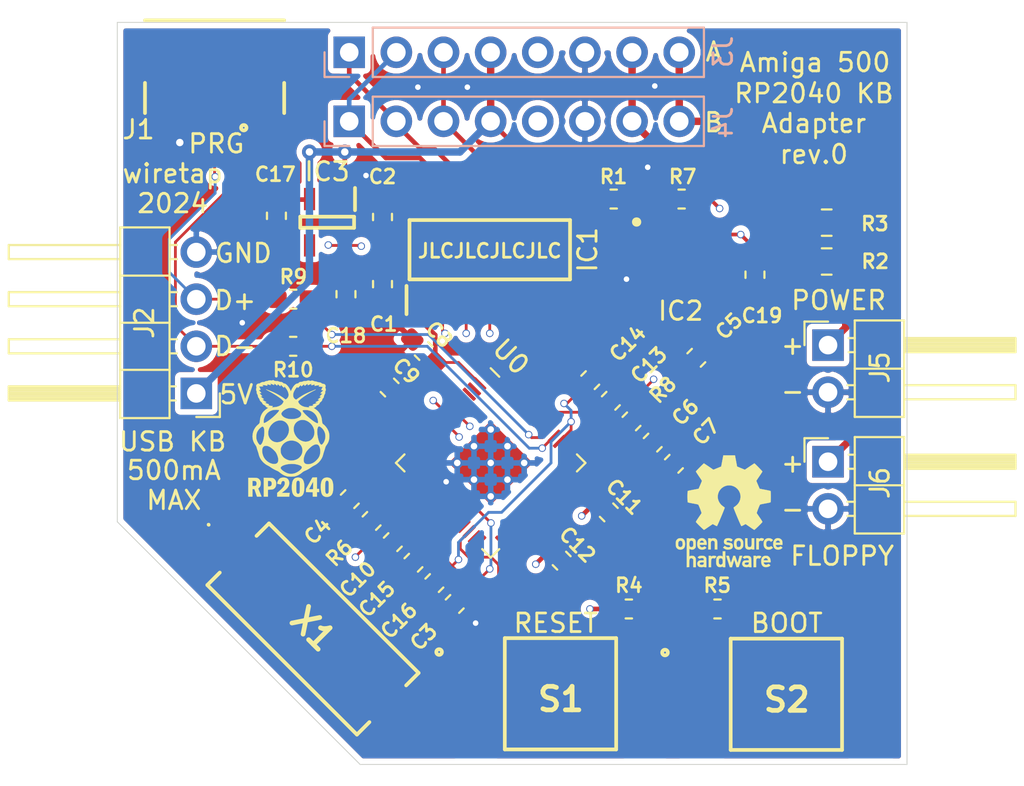
<source format=kicad_pcb>
(kicad_pcb (version 20171130) (host pcbnew "(5.1.6)-1")
  (layers (0 F.Cu signal) (1 In1.Cu power) (2 In2.Cu power) (31 B.Cu signal) (34 B.Paste user) (35 F.Paste user) (36 B.SilkS user) (37 F.SilkS user) (38 B.Mask user) (39 F.Mask user) (44 Edge.Cuts user))
  (net 0 "")
  (net 1 +3V3)
  (net 2 GND)
  (net 3 +5V)
  (net 4 KB_RESET)
  (net 5 KB_DATA)
  (net 6 KB_CLK)
  (net 7 "Net-(IC1-Pad8)")
  (net 8 KB_CLK_RAW)
  (net 9 KB_DATA_RAW)
  (net 10 KB_RESET_RAW)
  (net 11 USB_DM)
  (net 12 USB_DP)
  (net 13 PWR_LED)
  (net 14 FLOPPY_LED)
  (net 15 "Net-(C3-Pad1)")
  (net 16 "Net-(C4-Pad1)")
  (net 17 "Net-(C5-Pad1)")
  (net 18 "Net-(C6-Pad1)")
  (net 19 "Net-(C14-Pad1)")
  (net 20 QSPI_CS)
  (net 21 QSPI_SD1)
  (net 22 QSPI_SD2)
  (net 23 QSPI_SD0)
  (net 24 QSPI_SCLK)
  (net 25 QSPI_SD3)
  (net 26 "Net-(J5-Pad1)")
  (net 27 "Net-(J6-Pad1)")
  (net 28 "Net-(R4-Pad2)")
  (net 29 "Net-(R5-Pad1)")
  (net 30 "Net-(R6-Pad2)")
  (net 31 "Net-(R9-Pad2)")
  (net 32 "Net-(R10-Pad1)")
  (module SamacSys_Parts:rp2040-logo (layer F.Cu) (at 137.922 85.2805)
    (fp_text reference G*** hide)
    (fp_text value LOGO hide)
  )
  (module Symbol:OSHW-Logo_5.7x6mm_SilkScreen (layer F.Cu) (at 161.544 89.154)
    (fp_text reference REF** hide)
    (fp_text value OSHW-Logo_5.7x6mm_SilkScreen hide)
  )
  (module SamacSys_Parts:SON80P400X400X50-9N (layer F.Cu) (at 158.9405 75.438)
    (fp_text reference IC2 (at 0 2.921) (layer F.SilkS))
    (fp_text value W25Q64JVXGIQ_TR hide)
    (pad 9 smd rect (at 0 0) (size 2.4 3.1) (layers F.Cu F.Paste F.Mask) (net 2 GND))
    (pad 8 smd rect (at 1.95 -1.2 90) (size 0.35 0.85) (layers F.Cu F.Paste F.Mask) (net 1 +3V3))
    (pad 7 smd rect (at 1.95 -0.4 90) (size 0.35 0.85) (layers F.Cu F.Paste F.Mask) (net 25 QSPI_SD3))
    (pad 6 smd rect (at 1.95 0.4 90) (size 0.35 0.85) (layers F.Cu F.Paste F.Mask) (net 24 QSPI_SCLK))
    (pad 5 smd rect (at 1.95 1.2 90) (size 0.35 0.85) (layers F.Cu F.Paste F.Mask) (net 23 QSPI_SD0))
    (pad 4 smd rect (at -1.95 1.2 90) (size 0.35 0.85) (layers F.Cu F.Paste F.Mask) (net 2 GND))
    (pad 3 smd rect (at -1.95 0.4 90) (size 0.35 0.85) (layers F.Cu F.Paste F.Mask) (net 22 QSPI_SD2))
    (pad 2 smd rect (at -1.95 -0.4 90) (size 0.35 0.85) (layers F.Cu F.Paste F.Mask) (net 21 QSPI_SD1))
    (pad 1 smd rect (at -1.95 -1.2 90) (size 0.35 0.85) (layers F.Cu F.Paste F.Mask) (net 20 QSPI_CS))
  )
  (module SamacSys_Parts:FSM2J_1 (layer F.Cu) (at 152.4635 98.9965 90)
    (fp_text reference S1 (at -0.293 0.022 180) (layer F.SilkS) (effects (font (size 1.27 1.27) (thickness 0.254))))
    (fp_text value FSM2JSMAATR hide)
    (pad 4 smd rect (at -2.25 4.55 90) (size 1.4 2.1) (layers F.Cu F.Paste F.Mask) (net 2 GND))
    (pad 3 smd rect (at -2.25 -4.55 90) (size 1.4 2.1) (layers F.Cu F.Paste F.Mask) (net 2 GND))
    (pad 2 smd rect (at 2.25 4.55 90) (size 1.4 2.1) (layers F.Cu F.Paste F.Mask) (net 28 "Net-(R4-Pad2)"))
    (pad 1 smd rect (at 2.25 -4.55 90) (size 1.4 2.1) (layers F.Cu F.Paste F.Mask) (net 28 "Net-(R4-Pad2)"))
  )
  (module SamacSys_Parts:FSM2J_1 (layer F.Cu) (at 164.6335 99.024 90)
    (fp_text reference S2 (at -0.293 0.022 180) (layer F.SilkS) (effects (font (size 1.27 1.27) (thickness 0.254))))
    (fp_text value FSM2JSMAATR hide)
    (pad 4 smd rect (at -2.25 4.55 90) (size 1.4 2.1) (layers F.Cu F.Paste F.Mask) (net 2 GND))
    (pad 3 smd rect (at -2.25 -4.55 90) (size 1.4 2.1) (layers F.Cu F.Paste F.Mask) (net 2 GND))
    (pad 2 smd rect (at 2.25 4.55 90) (size 1.4 2.1) (layers F.Cu F.Paste F.Mask) (net 29 "Net-(R5-Pad1)"))
    (pad 1 smd rect (at 2.25 -4.55 90) (size 1.4 2.1) (layers F.Cu F.Paste F.Mask) (net 29 "Net-(R5-Pad1)"))
  )
  (module SamacSys_Parts:SOIC127P600X175-14N (layer F.Cu) (at 148.6535 75.057 90)
    (fp_text reference IC1 (at 0 5.2705 90) (layer F.SilkS))
    (fp_text value TXS0104ED hide)
    (pad 1 smd rect (at -2.712 -3.81 180) (size 0.65 1.525) (layers F.Cu F.Paste F.Mask) (net 1 +3V3))
    (pad 2 smd rect (at -2.712 -2.54 180) (size 0.65 1.525) (layers F.Cu F.Paste F.Mask) (net 5 KB_DATA))
    (pad 3 smd rect (at -2.712 -1.27 180) (size 0.65 1.525) (layers F.Cu F.Paste F.Mask) (net 6 KB_CLK))
    (pad 4 smd rect (at -2.712 0 180) (size 0.65 1.525) (layers F.Cu F.Paste F.Mask) (net 4 KB_RESET))
    (pad 5 smd rect (at -2.712 1.27 180) (size 0.65 1.525) (layers F.Cu F.Paste F.Mask) (net 2 GND))
    (pad 6 smd rect (at -2.712 2.54 180) (size 0.65 1.525) (layers F.Cu F.Paste F.Mask))
    (pad 7 smd rect (at -2.712 3.81 180) (size 0.65 1.525) (layers F.Cu F.Paste F.Mask) (net 2 GND))
    (pad 8 smd rect (at 2.712 3.81 180) (size 0.65 1.525) (layers F.Cu F.Paste F.Mask) (net 7 "Net-(IC1-Pad8)"))
    (pad 9 smd rect (at 2.712 2.54 180) (size 0.65 1.525) (layers F.Cu F.Paste F.Mask))
    (pad 10 smd rect (at 2.712 1.27 180) (size 0.65 1.525) (layers F.Cu F.Paste F.Mask) (net 2 GND))
    (pad 11 smd rect (at 2.712 0 180) (size 0.65 1.525) (layers F.Cu F.Paste F.Mask) (net 10 KB_RESET_RAW))
    (pad 12 smd rect (at 2.712 -1.27 180) (size 0.65 1.525) (layers F.Cu F.Paste F.Mask) (net 8 KB_CLK_RAW))
    (pad 13 smd rect (at 2.712 -2.54 180) (size 0.65 1.525) (layers F.Cu F.Paste F.Mask) (net 9 KB_DATA_RAW))
    (pad 14 smd rect (at 2.712 -3.81 180) (size 0.65 1.525) (layers F.Cu F.Paste F.Mask) (net 3 +5V))
  )
  (module SamacSys_Parts:SOT95P280X145-5N (layer F.Cu) (at 139.893 73.5765 270)
    (fp_text reference IC3 (at -2.7305 0 180) (layer F.SilkS))
    (fp_text value TPS7A2033PDBVR hide)
    (pad 1 smd rect (at -1.25 -0.95) (size 0.6 1.2) (layers F.Cu F.Paste F.Mask) (net 3 +5V))
    (pad 2 smd rect (at -1.25 0) (size 0.6 1.2) (layers F.Cu F.Paste F.Mask) (net 2 GND))
    (pad 3 smd rect (at -1.25 0.95) (size 0.6 1.2) (layers F.Cu F.Paste F.Mask) (net 3 +5V))
    (pad 4 smd rect (at 1.25 0.95) (size 0.6 1.2) (layers F.Cu F.Paste F.Mask))
    (pad 5 smd rect (at 1.25 -0.95) (size 0.6 1.2) (layers F.Cu F.Paste F.Mask) (net 1 +3V3))
  )
  (module Connector_PinHeader_2.54mm:PinHeader_1x04_P2.54mm_Horizontal (layer F.Cu) (at 132.842 82.804 180)
    (fp_text reference J2 (at 2.794 3.81 90) (layer F.SilkS))
    (fp_text value USB_HEADER)
    (pad 1 thru_hole rect (at 0 0 180) (size 1.7 1.7) (drill 1) (layers *.Cu *.Mask) (net 3 +5V))
    (pad 2 thru_hole oval (at 0 2.54 180) (size 1.7 1.7) (drill 1) (layers *.Cu *.Mask) (net 11 USB_DM))
    (pad 3 thru_hole oval (at 0 5.08 180) (size 1.7 1.7) (drill 1) (layers *.Cu *.Mask) (net 12 USB_DP))
    (pad 4 thru_hole oval (at 0 7.62 180) (size 1.7 1.7) (drill 1) (layers *.Cu *.Mask) (net 2 GND))
  )
  (module Connector_PinSocket_2.54mm:PinSocket_1x08_P2.54mm_Vertical (layer B.Cu) (at 141.08176 64.4144 270)
    (fp_text reference J3 (at -0.0254 -20.14474 270) (layer B.SilkS) (effects (justify mirror)))
    (fp_text value "Type A")
    (pad 8 thru_hole oval (at 0 -17.78 270) (size 1.7 1.7) (drill 1) (layers *.Cu *.Mask) (net 14 FLOPPY_LED))
    (pad 7 thru_hole oval (at 0 -15.24 270) (size 1.7 1.7) (drill 1) (layers *.Cu *.Mask) (net 13 PWR_LED))
    (pad 6 thru_hole oval (at 0 -12.7 270) (size 1.7 1.7) (drill 1) (layers *.Cu *.Mask) (net 2 GND))
    (pad 5 thru_hole oval (at 0 -10.16 270) (size 1.7 1.7) (drill 1) (layers *.Cu *.Mask))
    (pad 4 thru_hole oval (at 0 -7.62 270) (size 1.7 1.7) (drill 1) (layers *.Cu *.Mask) (net 3 +5V))
    (pad 3 thru_hole oval (at 0 -5.08 270) (size 1.7 1.7) (drill 1) (layers *.Cu *.Mask) (net 10 KB_RESET_RAW))
    (pad 2 thru_hole oval (at 0 -2.54 270) (size 1.7 1.7) (drill 1) (layers *.Cu *.Mask) (net 9 KB_DATA_RAW))
    (pad 1 thru_hole rect (at 0 0 270) (size 1.7 1.7) (drill 1) (layers *.Cu *.Mask) (net 8 KB_CLK_RAW))
  )
  (module Connector_PinSocket_2.54mm:PinSocket_1x08_P2.54mm_Vertical (layer B.Cu) (at 141.08 68.1355 270)
    (fp_text reference J4 (at 0.0635 -20.1465 270) (layer B.SilkS) (effects (justify mirror)))
    (fp_text value "Type B")
    (pad 1 thru_hole rect (at 0 0 270) (size 1.7 1.7) (drill 1) (layers *.Cu *.Mask) (net 9 KB_DATA_RAW))
    (pad 2 thru_hole oval (at 0 -2.54 270) (size 1.7 1.7) (drill 1) (layers *.Cu *.Mask) (net 8 KB_CLK_RAW))
    (pad 3 thru_hole oval (at 0 -5.08 270) (size 1.7 1.7) (drill 1) (layers *.Cu *.Mask) (net 10 KB_RESET_RAW))
    (pad 4 thru_hole oval (at 0 -7.62 270) (size 1.7 1.7) (drill 1) (layers *.Cu *.Mask) (net 3 +5V))
    (pad 5 thru_hole oval (at 0 -10.16 270) (size 1.7 1.7) (drill 1) (layers *.Cu *.Mask))
    (pad 6 thru_hole oval (at 0 -12.7 270) (size 1.7 1.7) (drill 1) (layers *.Cu *.Mask) (net 2 GND))
    (pad 7 thru_hole oval (at 0 -15.24 270) (size 1.7 1.7) (drill 1) (layers *.Cu *.Mask) (net 13 PWR_LED))
    (pad 8 thru_hole oval (at 0 -17.78 270) (size 1.7 1.7) (drill 1) (layers *.Cu *.Mask) (net 14 FLOPPY_LED))
  )
  (module Connector_PinHeader_2.54mm:PinHeader_1x02_P2.54mm_Horizontal (layer F.Cu) (at 166.878 80.2005)
    (fp_text reference J5 (at 2.794 1.2065 90) (layer F.SilkS))
    (fp_text value "Power LED")
    (pad 2 thru_hole oval (at 0 2.54) (size 1.7 1.7) (drill 1) (layers *.Cu *.Mask) (net 2 GND))
    (pad 1 thru_hole rect (at 0 0) (size 1.7 1.7) (drill 1) (layers *.Cu *.Mask) (net 26 "Net-(J5-Pad1)"))
  )
  (module Connector_PinHeader_2.54mm:PinHeader_1x02_P2.54mm_Horizontal (layer F.Cu) (at 166.878 86.487)
    (fp_text reference J6 (at 2.794 1.143 90) (layer F.SilkS))
    (fp_text value "Floppy LED")
    (pad 1 thru_hole rect (at 0 0) (size 1.7 1.7) (drill 1) (layers *.Cu *.Mask) (net 27 "Net-(J6-Pad1)"))
    (pad 2 thru_hole oval (at 0 2.54) (size 1.7 1.7) (drill 1) (layers *.Cu *.Mask) (net 2 GND))
  )
  (module Resistor_SMD:R_0805_2012Metric_Pad1.15x1.40mm_HandSolder (layer F.Cu) (at 166.8055 75.692 180)
    (fp_text reference R2 (at -2.6125 0) (layer F.SilkS) (effects (font (size 0.75 0.75))))
    (fp_text value 1k)
    (pad 1 smd roundrect (at -1.025 0 180) (size 1.15 1.4) (layers F.Cu F.Paste F.Mask) (roundrect_rratio 0.217391) (net 26 "Net-(J5-Pad1)"))
    (pad 2 smd roundrect (at 1.025 0 180) (size 1.15 1.4) (layers F.Cu F.Paste F.Mask) (roundrect_rratio 0.217391) (net 13 PWR_LED))
  )
  (module Resistor_SMD:R_0805_2012Metric_Pad1.15x1.40mm_HandSolder (layer F.Cu) (at 166.8055 73.5965 180)
    (fp_text reference R3 (at -2.5945 -0.0635) (layer F.SilkS) (effects (font (size 0.75 0.75))))
    (fp_text value 1k)
    (pad 2 smd roundrect (at 1.025 0 180) (size 1.15 1.4) (layers F.Cu F.Paste F.Mask) (roundrect_rratio 0.217391) (net 14 FLOPPY_LED))
    (pad 1 smd roundrect (at -1.025 0 180) (size 1.15 1.4) (layers F.Cu F.Paste F.Mask) (roundrect_rratio 0.217391) (net 27 "Net-(J6-Pad1)"))
  )
  (module SamacSys_Parts:RP2040-QFN-56 (layer F.Cu) (at 148.704439 86.5505 315)
    (fp_text reference U0 (at -3.268912 -4.813319 135) (layer F.SilkS))
    (fp_text value RP2040)
    (pad 56 smd roundrect (at -2.6 -3.4375 315) (size 0.2 0.875) (layers F.Cu F.Paste F.Mask) (net 20 QSPI_CS))
    (pad 55 smd roundrect (at -2.2 -3.4375 315) (size 0.2 0.875) (layers F.Cu F.Paste F.Mask) (net 21 QSPI_SD1))
    (pad 54 smd roundrect (at -1.8 -3.4375 315) (size 0.2 0.875) (layers F.Cu F.Paste F.Mask) (net 22 QSPI_SD2))
    (pad 53 smd roundrect (at -1.4 -3.4375 315) (size 0.2 0.875) (layers F.Cu F.Paste F.Mask) (net 23 QSPI_SD0))
    (pad 52 smd roundrect (at -1 -3.4375 315) (size 0.2 0.875) (layers F.Cu F.Paste F.Mask) (net 24 QSPI_SCLK))
    (pad 51 smd roundrect (at -0.6 -3.4375 315) (size 0.2 0.875) (layers F.Cu F.Paste F.Mask) (net 25 QSPI_SD3))
    (pad 50 smd roundrect (at -0.2 -3.4375 315) (size 0.2 0.875) (layers F.Cu F.Paste F.Mask) (net 19 "Net-(C14-Pad1)"))
    (pad 49 smd roundrect (at 0.2 -3.4375 315) (size 0.2 0.875) (layers F.Cu F.Paste F.Mask) (net 1 +3V3))
    (pad 48 smd roundrect (at 0.6 -3.4375 315) (size 0.2 0.875) (layers F.Cu F.Paste F.Mask) (net 1 +3V3))
    (pad 47 smd roundrect (at 1 -3.4375 315) (size 0.2 0.875) (layers F.Cu F.Paste F.Mask) (net 31 "Net-(R9-Pad2)"))
    (pad 46 smd roundrect (at 1.4 -3.4375 315) (size 0.2 0.875) (layers F.Cu F.Paste F.Mask) (net 32 "Net-(R10-Pad1)"))
    (pad 45 smd roundrect (at 1.8 -3.4375 315) (size 0.2 0.875) (layers F.Cu F.Paste F.Mask) (net 19 "Net-(C14-Pad1)"))
    (pad 44 smd roundrect (at 2.2 -3.4375 315) (size 0.2 0.875) (layers F.Cu F.Paste F.Mask) (net 1 +3V3))
    (pad 43 smd roundrect (at 2.6 -3.4375 315) (size 0.2 0.875) (layers F.Cu F.Paste F.Mask) (net 18 "Net-(C6-Pad1)"))
    (pad 42 smd roundrect (at 3.4375 -2.6 315) (size 0.875 0.2) (layers F.Cu F.Paste F.Mask) (net 1 +3V3))
    (pad 41 smd roundrect (at 3.4375 -2.2 315) (size 0.875 0.2) (layers F.Cu F.Paste F.Mask))
    (pad 40 smd roundrect (at 3.4375 -1.8 315) (size 0.875 0.2) (layers F.Cu F.Paste F.Mask))
    (pad 39 smd roundrect (at 3.4375 -1.4 315) (size 0.875 0.2) (layers F.Cu F.Paste F.Mask))
    (pad 38 smd roundrect (at 3.4375 -1 315) (size 0.875 0.2) (layers F.Cu F.Paste F.Mask))
    (pad 37 smd roundrect (at 3.4375 -0.6 315) (size 0.875 0.2) (layers F.Cu F.Paste F.Mask))
    (pad 36 smd roundrect (at 3.4375 -0.2 315) (size 0.875 0.2) (layers F.Cu F.Paste F.Mask))
    (pad 35 smd roundrect (at 3.4375 0.2 315) (size 0.875 0.2) (layers F.Cu F.Paste F.Mask))
    (pad 34 smd roundrect (at 3.4375 0.6 315) (size 0.875 0.2) (layers F.Cu F.Paste F.Mask))
    (pad 33 smd roundrect (at 3.4375 1 315) (size 0.875 0.2) (layers F.Cu F.Paste F.Mask) (net 1 +3V3))
    (pad 32 smd roundrect (at 3.4375 1.4 315) (size 0.875 0.2) (layers F.Cu F.Paste F.Mask))
    (pad 31 smd roundrect (at 3.4375 1.8 315) (size 0.875 0.2) (layers F.Cu F.Paste F.Mask))
    (pad 30 smd roundrect (at 3.4375 2.2 315) (size 0.875 0.2) (layers F.Cu F.Paste F.Mask))
    (pad 29 smd roundrect (at 3.4375 2.6 315) (size 0.875 0.2) (layers F.Cu F.Paste F.Mask))
    (pad 28 smd roundrect (at 2.6 3.4375 315) (size 0.2 0.875) (layers F.Cu F.Paste F.Mask))
    (pad 27 smd roundrect (at 2.2 3.4375 315) (size 0.2 0.875) (layers F.Cu F.Paste F.Mask))
    (pad 26 smd roundrect (at 1.8 3.4375 315) (size 0.2 0.875) (layers F.Cu F.Paste F.Mask) (net 28 "Net-(R4-Pad2)"))
    (pad 25 smd roundrect (at 1.4 3.4375 315) (size 0.2 0.875) (layers F.Cu F.Paste F.Mask))
    (pad 24 smd roundrect (at 1 3.4375 315) (size 0.2 0.875) (layers F.Cu F.Paste F.Mask))
    (pad 23 smd roundrect (at 0.6 3.4375 315) (size 0.2 0.875) (layers F.Cu F.Paste F.Mask) (net 19 "Net-(C14-Pad1)"))
    (pad 22 smd roundrect (at 0.2 3.4375 315) (size 0.2 0.875) (layers F.Cu F.Paste F.Mask) (net 1 +3V3))
    (pad 21 smd roundrect (at -0.2 3.4375 315) (size 0.2 0.875) (layers F.Cu F.Paste F.Mask) (net 30 "Net-(R6-Pad2)"))
    (pad 20 smd roundrect (at -0.6 3.4375 315) (size 0.2 0.875) (layers F.Cu F.Paste F.Mask) (net 15 "Net-(C3-Pad1)"))
    (pad 19 smd roundrect (at -1 3.4375 315) (size 0.2 0.875) (layers F.Cu F.Paste F.Mask) (net 2 GND))
    (pad 18 smd roundrect (at -1.4 3.4375 315) (size 0.2 0.875) (layers F.Cu F.Paste F.Mask))
    (pad 17 smd roundrect (at -1.8 3.4375 315) (size 0.2 0.875) (layers F.Cu F.Paste F.Mask))
    (pad 16 smd roundrect (at -2.2 3.4375 315) (size 0.2 0.875) (layers F.Cu F.Paste F.Mask))
    (pad 15 smd roundrect (at -2.6 3.4375 315) (size 0.2 0.875) (layers F.Cu F.Paste F.Mask))
    (pad 14 smd roundrect (at -3.4375 2.6 315) (size 0.875 0.2) (layers F.Cu F.Paste F.Mask))
    (pad 13 smd roundrect (at -3.4375 2.2 315) (size 0.875 0.2) (layers F.Cu F.Paste F.Mask))
    (pad 12 smd roundrect (at -3.4375 1.8 315) (size 0.875 0.2) (layers F.Cu F.Paste F.Mask))
    (pad 11 smd roundrect (at -3.4375 1.4 315) (size 0.875 0.2) (layers F.Cu F.Paste F.Mask))
    (pad 10 smd roundrect (at -3.4375 1 315) (size 0.875 0.2) (layers F.Cu F.Paste F.Mask) (net 1 +3V3))
    (pad 9 smd roundrect (at -3.4375 0.6 315) (size 0.875 0.2) (layers F.Cu F.Paste F.Mask))
    (pad 8 smd roundrect (at -3.4375 0.2 315) (size 0.875 0.2) (layers F.Cu F.Paste F.Mask) (net 6 KB_CLK))
    (pad 7 smd roundrect (at -3.4375 -0.2 315) (size 0.875 0.2) (layers F.Cu F.Paste F.Mask) (net 5 KB_DATA))
    (pad 6 smd roundrect (at -3.4375 -0.6 315) (size 0.875 0.2) (layers F.Cu F.Paste F.Mask) (net 4 KB_RESET))
    (pad 5 smd roundrect (at -3.4375 -1 315) (size 0.875 0.2) (layers F.Cu F.Paste F.Mask))
    (pad 4 smd roundrect (at -3.4375 -1.4 315) (size 0.875 0.2) (layers F.Cu F.Paste F.Mask))
    (pad 3 smd roundrect (at -3.4375 -1.8 315) (size 0.875 0.2) (layers F.Cu F.Paste F.Mask))
    (pad 2 smd roundrect (at -3.4375 -2.2 315) (size 0.875 0.2) (layers F.Cu F.Paste F.Mask))
    (pad 1 smd roundrect (at -3.4375 -2.6 315) (size 0.875 0.2) (layers F.Cu F.Paste F.Mask) (net 1 +3V3))
    (pad 57 thru_hole circle (at 1.275 1.275 315) (size 0.6 0.6) (drill 0.35) (layers *.Cu) (net 2 GND))
    (pad 57 thru_hole circle (at 0 1.275 315) (size 0.6 0.6) (drill 0.35) (layers *.Cu) (net 2 GND))
    (pad 57 thru_hole circle (at -1.275 1.275 315) (size 0.6 0.6) (drill 0.35) (layers *.Cu) (net 2 GND))
    (pad 57 thru_hole circle (at 1.275 0 315) (size 0.6 0.6) (drill 0.35) (layers *.Cu) (net 2 GND))
    (pad 57 thru_hole circle (at 0 0 315) (size 0.6 0.6) (drill 0.35) (layers *.Cu) (net 2 GND))
    (pad 57 thru_hole circle (at -1.275 0 315) (size 0.6 0.6) (drill 0.35) (layers *.Cu) (net 2 GND))
    (pad 57 thru_hole circle (at 1.275 -1.275 315) (size 0.6 0.6) (drill 0.35) (layers *.Cu) (net 2 GND))
    (pad 57 thru_hole circle (at 0 -1.275 315) (size 0.6 0.6) (drill 0.35) (layers *.Cu) (net 2 GND))
    (pad 57 thru_hole circle (at -1.275 -1.275 315) (size 0.6 0.6) (drill 0.35) (layers *.Cu) (net 2 GND))
    (pad 57 smd roundrect (at 0 0 315) (size 3.2 3.2) (layers F.Cu F.Mask) (roundrect_rratio 0.045) (net 2 GND))
  )
  (module SamacSys_Parts:ABLS (layer F.Cu) (at 139.1285 95.504 315)
    (fp_text reference X1 (at 0 0 135) (layer F.SilkS) (effects (font (size 1.27 1.27) (thickness 0.254))))
    (fp_text value ABLS-12MHZ-B4-T hide)
    (pad 1 smd rect (at -4.75 0 45) (size 2.1 5.6) (layers F.Cu F.Paste F.Mask) (net 16 "Net-(C4-Pad1)"))
    (pad 2 smd rect (at 4.75 0 45) (size 2.1 5.6) (layers F.Cu F.Paste F.Mask) (net 15 "Net-(C3-Pad1)"))
  )
  (module Capacitor_SMD:C_0603_1608Metric_Pad1.05x0.95mm_HandSolder (layer F.Cu) (at 142.875 76.9125 90)
    (fp_text reference C1 (at -2.159 0.0635 180) (layer F.SilkS) (effects (font (size 0.75 0.75))))
    (fp_text value 0.1uF)
    (pad 1 smd roundrect (at -0.875 0 90) (size 1.05 0.95) (layers F.Cu F.Paste F.Mask) (net 1 +3V3))
    (pad 2 smd roundrect (at 0.875 0 90) (size 1.05 0.95) (layers F.Cu F.Paste F.Mask) (net 2 GND))
  )
  (module Capacitor_SMD:C_0603_1608Metric_Pad1.05x0.95mm_HandSolder (layer F.Cu) (at 142.875 73.293 90)
    (fp_text reference C2 (at 2.173 0 180) (layer F.SilkS) (effects (font (size 0.75 0.75))))
    (fp_text value 0.1uF)
    (pad 2 smd roundrect (at 0.875 0 90) (size 1.05 0.95) (layers F.Cu F.Paste F.Mask) (net 3 +5V))
    (pad 1 smd roundrect (at -0.875 0 90) (size 1.05 0.95) (layers F.Cu F.Paste F.Mask) (net 2 GND))
  )
  (module Capacitor_SMD:C_0603_1608Metric_Pad1.05x0.95mm_HandSolder (layer F.Cu) (at 146.764782 94.154218 225)
    (fp_text reference C3 (at 2.447695 -0.089803 45) (layer F.SilkS) (effects (font (size 0.75 0.75))))
    (fp_text value 27pF)
    (pad 1 smd roundrect (at -0.875 0 225) (size 1.05 0.95) (layers F.Cu F.Paste F.Mask) (net 15 "Net-(C3-Pad1)"))
    (pad 2 smd roundrect (at 0.875 0 225) (size 1.05 0.95) (layers F.Cu F.Paste F.Mask) (net 2 GND))
  )
  (module Capacitor_SMD:C_0603_1608Metric_Pad1.05x0.95mm_HandSolder (layer F.Cu) (at 141.113282 88.502718 45)
    (fp_text reference C4 (at -2.447695 0 45) (layer F.SilkS) (effects (font (size 0.75 0.75))))
    (fp_text value 27pF)
    (pad 1 smd roundrect (at -0.875 0 45) (size 1.05 0.95) (layers F.Cu F.Paste F.Mask) (net 16 "Net-(C4-Pad1)"))
    (pad 2 smd roundrect (at 0.875 0 45) (size 1.05 0.95) (layers F.Cu F.Paste F.Mask) (net 2 GND))
  )
  (module Capacitor_SMD:C_0603_1608Metric_Pad1.05x0.95mm_HandSolder (layer F.Cu) (at 159.782282 80.882718 45)
    (fp_text reference C5 (at 2.446544 0.044901 45) (layer F.SilkS) (effects (font (size 0.75 0.75))))
    (fp_text value 0.1uF)
    (pad 2 smd roundrect (at 0.875 0 45) (size 1.05 0.95) (layers F.Cu F.Paste F.Mask) (net 2 GND))
    (pad 1 smd roundrect (at -0.875 0 45) (size 1.05 0.95) (layers F.Cu F.Paste F.Mask) (net 17 "Net-(C5-Pad1)"))
  )
  (module Capacitor_SMD:C_0603_1608Metric_Pad1.05x0.95mm_HandSolder (layer F.Cu) (at 157.432782 85.454718 45)
    (fp_text reference C6 (at 2.401643 0.089803 45) (layer F.SilkS) (effects (font (size 0.75 0.75))))
    (fp_text value 0.1uF)
    (pad 1 smd roundrect (at -0.875 0 45) (size 1.05 0.95) (layers F.Cu F.Paste F.Mask) (net 18 "Net-(C6-Pad1)"))
    (pad 2 smd roundrect (at 0.875 0 45) (size 1.05 0.95) (layers F.Cu F.Paste F.Mask) (net 2 GND))
  )
  (module Capacitor_SMD:C_0603_1608Metric_Pad1.05x0.95mm_HandSolder (layer F.Cu) (at 158.575782 86.597718 45)
    (fp_text reference C7 (at 2.434569 0.009899 45) (layer F.SilkS) (effects (font (size 0.75 0.75))))
    (fp_text value 1uF)
    (pad 2 smd roundrect (at 0.875 0 45) (size 1.05 0.95) (layers F.Cu F.Paste F.Mask) (net 2 GND))
    (pad 1 smd roundrect (at -0.875 0 45) (size 1.05 0.95) (layers F.Cu F.Paste F.Mask) (net 18 "Net-(C6-Pad1)"))
  )
  (module Capacitor_SMD:C_0603_1608Metric_Pad1.05x0.95mm_HandSolder (layer F.Cu) (at 145.0975 80.518 135)
    (fp_text reference C8 (at 0.044901 1.212335 135) (layer F.SilkS) (effects (font (size 0.75 0.75))))
    (fp_text value 0.1uF)
    (pad 1 smd roundrect (at -0.875 0 135) (size 1.05 0.95) (layers F.Cu F.Paste F.Mask) (net 1 +3V3))
    (pad 2 smd roundrect (at 0.875 0 135) (size 1.05 0.95) (layers F.Cu F.Paste F.Mask) (net 2 GND))
  )
  (module Capacitor_SMD:C_0603_1608Metric_Pad1.05x0.95mm_HandSolder (layer F.Cu) (at 143.256 82.4865 135)
    (fp_text reference C9 (at 0 1.257236 135) (layer F.SilkS) (effects (font (size 0.75 0.75))))
    (fp_text value 0.1uF)
    (pad 2 smd roundrect (at 0.875 0 135) (size 1.05 0.95) (layers F.Cu F.Paste F.Mask) (net 2 GND))
    (pad 1 smd roundrect (at -0.875 0 135) (size 1.05 0.95) (layers F.Cu F.Paste F.Mask) (net 1 +3V3))
  )
  (module Capacitor_SMD:C_0603_1608Metric_Pad1.05x0.95mm_HandSolder (layer F.Cu) (at 143.430218 90.821282 225)
    (fp_text reference C10 (at 2.760853 -0.089803 45) (layer F.SilkS) (effects (font (size 0.75 0.75))))
    (fp_text value 0.1uF)
    (pad 1 smd roundrect (at -0.875 0 225) (size 1.05 0.95) (layers F.Cu F.Paste F.Mask) (net 1 +3V3))
    (pad 2 smd roundrect (at 0.875 0 225) (size 1.05 0.95) (layers F.Cu F.Paste F.Mask) (net 2 GND))
  )
  (module Capacitor_SMD:C_0603_1608Metric_Pad1.05x0.95mm_HandSolder (layer F.Cu) (at 155.067 89.2175 315)
    (fp_text reference C11 (at -0.009899 -1.177333 135) (layer F.SilkS) (effects (font (size 0.75 0.75))))
    (fp_text value 0.1uF)
    (pad 2 smd roundrect (at 0.875 0 315) (size 1.05 0.95) (layers F.Cu F.Paste F.Mask) (net 2 GND))
    (pad 1 smd roundrect (at -0.875 0 315) (size 1.05 0.95) (layers F.Cu F.Paste F.Mask) (net 1 +3V3))
  )
  (module Capacitor_SMD:C_0603_1608Metric_Pad1.05x0.95mm_HandSolder (layer F.Cu) (at 152.527 91.821 315)
    (fp_text reference C12 (at -0.014 -1.2065 135) (layer F.SilkS) (effects (font (size 0.75 0.75))))
    (fp_text value 0.1uF)
    (pad 1 smd roundrect (at -0.875 0 315) (size 1.05 0.95) (layers F.Cu F.Paste F.Mask) (net 1 +3V3))
    (pad 2 smd roundrect (at 0.875 0 315) (size 1.05 0.95) (layers F.Cu F.Paste F.Mask) (net 2 GND))
  )
  (module Capacitor_SMD:C_0603_1608Metric_Pad1.05x0.95mm_HandSolder (layer F.Cu) (at 155.177718 83.201282 45)
    (fp_text reference C13 (at 2.806906 0.089803 45) (layer F.SilkS) (effects (font (size 0.75 0.75))))
    (fp_text value 1uF)
    (pad 2 smd roundrect (at 0.875 0 45) (size 1.05 0.95) (layers F.Cu F.Paste F.Mask) (net 2 GND))
    (pad 1 smd roundrect (at -0.875 0 45) (size 1.05 0.95) (layers F.Cu F.Paste F.Mask) (net 1 +3V3))
  )
  (module Capacitor_SMD:C_0603_1608Metric_Pad1.05x0.95mm_HandSolder (layer F.Cu) (at 154.067282 82.089218 45)
    (fp_text reference C14 (at 2.817268 0.033388 45) (layer F.SilkS) (effects (font (size 0.75 0.75))))
    (fp_text value 0.1uF)
    (pad 1 smd roundrect (at -0.875 0 45) (size 1.05 0.95) (layers F.Cu F.Paste F.Mask) (net 19 "Net-(C14-Pad1)"))
    (pad 2 smd roundrect (at 0.875 0 45) (size 1.05 0.95) (layers F.Cu F.Paste F.Mask) (net 2 GND))
  )
  (module Capacitor_SMD:C_0603_1608Metric_Pad1.05x0.95mm_HandSolder (layer F.Cu) (at 144.542282 91.931718 225)
    (fp_text reference C15 (at 2.783879 0 45) (layer F.SilkS) (effects (font (size 0.75 0.75))))
    (fp_text value 0.1uF)
    (pad 2 smd roundrect (at 0.875 0 225) (size 1.05 0.95) (layers F.Cu F.Paste F.Mask) (net 2 GND))
    (pad 1 smd roundrect (at -0.875 0 225) (size 1.05 0.95) (layers F.Cu F.Paste F.Mask) (net 19 "Net-(C14-Pad1)"))
  )
  (module Capacitor_SMD:C_0603_1608Metric_Pad1.05x0.95mm_HandSolder (layer F.Cu) (at 145.669 93.0275 225)
    (fp_text reference C16 (at 2.783879 -0.089803 45) (layer F.SilkS) (effects (font (size 0.75 0.75))))
    (fp_text value 1uF)
    (pad 1 smd roundrect (at -0.875 0 225) (size 1.05 0.95) (layers F.Cu F.Paste F.Mask) (net 19 "Net-(C14-Pad1)"))
    (pad 2 smd roundrect (at 0.875 0 225) (size 1.05 0.95) (layers F.Cu F.Paste F.Mask) (net 2 GND))
  )
  (module Capacitor_SMD:C_0603_1608Metric_Pad1.05x0.95mm_HandSolder (layer F.Cu) (at 137.16 73.2295 270)
    (fp_text reference C17 (at -2.2365 0.0635 180) (layer F.SilkS) (effects (font (size 0.75 0.75))))
    (fp_text value 1uF)
    (pad 1 smd roundrect (at -0.875 0 270) (size 1.05 0.95) (layers F.Cu F.Paste F.Mask) (net 3 +5V))
    (pad 2 smd roundrect (at 0.875 0 270) (size 1.05 0.95) (layers F.Cu F.Paste F.Mask) (net 2 GND))
  )
  (module Capacitor_SMD:C_0603_1608Metric_Pad1.05x0.95mm_HandSolder (layer F.Cu) (at 140.9065 77.456 270)
    (fp_text reference C18 (at 2.2365 0 180) (layer F.SilkS) (effects (font (size 0.75 0.75))))
    (fp_text value 1uF)
    (pad 2 smd roundrect (at 0.875 0 270) (size 1.05 0.95) (layers F.Cu F.Paste F.Mask) (net 2 GND))
    (pad 1 smd roundrect (at -0.875 0 270) (size 1.05 0.95) (layers F.Cu F.Paste F.Mask) (net 1 +3V3))
  )
  (module Capacitor_SMD:C_0603_1608Metric_Pad1.05x0.95mm_HandSolder (layer F.Cu) (at 162.941 76.4045 270)
    (fp_text reference C19 (at 2.2085 -0.381 180) (layer F.SilkS) (effects (font (size 0.75 0.75))))
    (fp_text value 0.1uF)
    (pad 2 smd roundrect (at 0.875 0 270) (size 1.05 0.95) (layers F.Cu F.Paste F.Mask) (net 2 GND))
    (pad 1 smd roundrect (at -0.875 0 270) (size 1.05 0.95) (layers F.Cu F.Paste F.Mask) (net 1 +3V3))
  )
  (module Resistor_SMD:R_0603_1608Metric_Pad1.05x0.95mm_HandSolder (layer F.Cu) (at 155.33 72.3265 180)
    (fp_text reference R1 (at 0.009 1.2065) (layer F.SilkS) (effects (font (size 0.75 0.75))))
    (fp_text value 10k)
    (pad 2 smd roundrect (at 0.875 0 180) (size 1.05 0.95) (layers F.Cu F.Paste F.Mask) (net 7 "Net-(IC1-Pad8)"))
    (pad 1 smd roundrect (at -0.875 0 180) (size 1.05 0.95) (layers F.Cu F.Paste F.Mask) (net 3 +5V))
  )
  (module Resistor_SMD:R_0603_1608Metric_Pad1.05x0.95mm_HandSolder (layer F.Cu) (at 156.1465 94.4245)
    (fp_text reference R4 (at 0 -1.27) (layer F.SilkS) (effects (font (size 0.75 0.75))))
    (fp_text value 10k)
    (pad 1 smd roundrect (at -0.875 0) (size 1.05 0.95) (layers F.Cu F.Paste F.Mask) (net 1 +3V3))
    (pad 2 smd roundrect (at 0.875 0) (size 1.05 0.95) (layers F.Cu F.Paste F.Mask) (net 28 "Net-(R4-Pad2)"))
  )
  (module Resistor_SMD:R_0603_1608Metric_Pad1.05x0.95mm_HandSolder (layer F.Cu) (at 160.923 94.4245)
    (fp_text reference R5 (at -0.014 -1.27) (layer F.SilkS) (effects (font (size 0.75 0.75))))
    (fp_text value 1k)
    (pad 2 smd roundrect (at 0.875 0) (size 1.05 0.95) (layers F.Cu F.Paste F.Mask) (net 20 QSPI_CS))
    (pad 1 smd roundrect (at -0.875 0) (size 1.05 0.95) (layers F.Cu F.Paste F.Mask) (net 29 "Net-(R5-Pad1)"))
  )
  (module Resistor_SMD:R_0603_1608Metric_Pad1.05x0.95mm_HandSolder (layer F.Cu) (at 142.287218 89.678282 45)
    (fp_text reference R6 (at -2.447695 0 45) (layer F.SilkS) (effects (font (size 0.75 0.75))))
    (fp_text value 1k)
    (pad 1 smd roundrect (at -0.875 0 45) (size 1.05 0.95) (layers F.Cu F.Paste F.Mask) (net 16 "Net-(C4-Pad1)"))
    (pad 2 smd roundrect (at 0.875 0 45) (size 1.05 0.95) (layers F.Cu F.Paste F.Mask) (net 30 "Net-(R6-Pad2)"))
  )
  (module Resistor_SMD:R_0603_1608Metric_Pad1.05x0.95mm_HandSolder (layer F.Cu) (at 158.99 72.3265 180)
    (fp_text reference R7 (at -0.0545 1.2065) (layer F.SilkS) (effects (font (size 0.75 0.75))))
    (fp_text value 10k)
    (pad 1 smd roundrect (at -0.875 0 180) (size 1.05 0.95) (layers F.Cu F.Paste F.Mask) (net 1 +3V3))
    (pad 2 smd roundrect (at 0.875 0 180) (size 1.05 0.95) (layers F.Cu F.Paste F.Mask) (net 20 QSPI_CS))
  )
  (module Resistor_SMD:R_0603_1608Metric_Pad1.05x0.95mm_HandSolder (layer F.Cu) (at 156.289782 84.311718 45)
    (fp_text reference R8 (at 2.401643 0 45) (layer F.SilkS) (effects (font (size 0.75 0.75))))
    (fp_text value 27)
    (pad 2 smd roundrect (at 0.875 0 45) (size 1.05 0.95) (layers F.Cu F.Paste F.Mask) (net 17 "Net-(C5-Pad1)"))
    (pad 1 smd roundrect (at -0.875 0 45) (size 1.05 0.95) (layers F.Cu F.Paste F.Mask) (net 18 "Net-(C6-Pad1)"))
  )
  (module Resistor_SMD:R_0603_1608Metric_Pad1.05x0.95mm_HandSolder (layer F.Cu) (at 138.063 77.724)
    (fp_text reference R9 (at 0.009 -1.2065) (layer F.SilkS) (effects (font (size 0.75 0.75))))
    (fp_text value 27)
    (pad 1 smd roundrect (at -0.875 0) (size 1.05 0.95) (layers F.Cu F.Paste F.Mask) (net 12 USB_DP))
    (pad 2 smd roundrect (at 0.875 0) (size 1.05 0.95) (layers F.Cu F.Paste F.Mask) (net 31 "Net-(R9-Pad2)"))
  )
  (module Resistor_SMD:R_0603_1608Metric_Pad1.05x0.95mm_HandSolder (layer F.Cu) (at 138.063 80.264 180)
    (fp_text reference R10 (at 0 -1.27) (layer F.SilkS) (effects (font (size 0.75 0.75))))
    (fp_text value 27)
    (pad 2 smd roundrect (at 0.875 0 180) (size 1.05 0.95) (layers F.Cu F.Paste F.Mask) (net 11 USB_DM))
    (pad 1 smd roundrect (at -0.875 0 180) (size 1.05 0.95) (layers F.Cu F.Paste F.Mask) (net 32 "Net-(R10-Pad1)"))
  )
  (module 47346-0001 (layer F.Cu) (at 133.828 62.6905)
    (fp_text reference J1 (at -4.0975 5.8895) (layer F.SilkS))
    (fp_text value 47346-0001 hide)
    (pad 1 smd rect (at 1.3 4.81) (size 0.45 1.38) (layers F.Cu F.Paste F.Mask) (net 3 +5V))
    (pad 2 smd rect (at 0.65 4.81) (size 0.45 1.38) (layers F.Cu F.Paste F.Mask) (net 11 USB_DM))
    (pad 3 smd rect (at 0 4.81) (size 0.45 1.38) (layers F.Cu F.Paste F.Mask) (net 12 USB_DP))
    (pad 4 smd rect (at -0.65 4.81) (size 0.45 1.38) (layers F.Cu F.Paste F.Mask))
    (pad 5 smd rect (at -1.3 4.81) (size 0.45 1.38) (layers F.Cu F.Paste F.Mask) (net 2 GND))
    (pad 6 smd rect (at -2.4525 4.45) (size 1.475 2.1) (layers F.Cu F.Paste F.Mask))
    (pad 7 smd rect (at 2.4525 4.45) (size 1.475 2.1) (layers F.Cu F.Paste F.Mask))
    (pad 8 smd rect (at 0.8375 2.15) (size 1.175 1.9) (layers F.Cu F.Paste F.Mask))
    (pad 9 smd rect (at -0.8375 2.15) (size 1.175 1.9) (layers F.Cu F.Paste F.Mask))
    (pad 10 smd rect (at 2.9125 2.15 90) (size 1.9 2.375) (layers F.Cu F.Paste F.Mask))
    (pad 11 smd rect (at -2.9125 2.15 90) (size 1.9 2.375) (layers F.Cu F.Paste F.Mask))
  )
  (gr_text "wiretap\n2024" (at 131.572 71.755) (layer F.SilkS) (effects (font (size 1 1))))
  (gr_text JLCJLCJLCJLC (at 148.6535 75.1205) (layer F.SilkS) (effects (font (size 0.75 0.75))))
  (gr_text "500mA\nMAX" (at 131.6355 87.757) (layer F.SilkS) (effects (font (size 1 1))))
  (gr_text - (at 164.973 89.027) (layer F.SilkS) (effects (font (size 1 1))))
  (gr_text + (at 164.973 86.5505) (layer F.SilkS) (effects (font (size 1 1))))
  (gr_text - (at 164.973 82.677) (layer F.SilkS) (effects (font (size 1 1))))
  (gr_text + (at 164.973 80.2005) (layer F.SilkS) (effects (font (size 1 1))))
  (gr_text PRG (at 133.9215 69.342) (layer F.SilkS) (effects (font (size 1 1))))
  (gr_text "USB KB" (at 131.572 85.4075) (layer F.SilkS) (effects (font (size 1 1))))
  (gr_text rev.0 (at 166.116 69.9135) (layer F.SilkS) (effects (font (size 1 1))))
  (gr_text "RP2040 KB\nAdapter" (at 166.116 67.437) (layer F.SilkS) (effects (font (size 1 1))))
  (gr_text "Amiga 500" (at 166.1795 64.9605) (layer F.SilkS) (effects (font (size 1 1))))
  (gr_text 5V (at 135.001 82.8675) (layer F.SilkS) (effects (font (size 1 1))))
  (gr_text D- (at 134.9375 80.264) (layer F.SilkS) (effects (font (size 1 1))))
  (gr_text D+ (at 134.9375 77.7875) (layer F.SilkS) (effects (font (size 1 1))))
  (gr_text GND (at 135.382 75.2475) (layer F.SilkS) (effects (font (size 1 1))))
  (gr_text FLOPPY (at 167.64 91.567) (layer F.SilkS) (effects (font (size 1 1))))
  (gr_text POWER (at 167.4495 77.7875) (layer F.SilkS) (effects (font (size 1 1))))
  (gr_text BOOT (at 164.6555 95.1865) (layer F.SilkS) (effects (font (size 1 1))))
  (gr_text RESET (at 152.2095 95.1865) (layer F.SilkS) (effects (font (size 1 1))))
  (gr_line (start 141.6685 102.8065) (end 128.5875 89.7255) (layer Edge.Cuts) (width 0.05))
  (gr_line (start 171.1325 62.8015) (end 171.1325 102.8065) (layer Edge.Cuts) (width 0.05))
  (gr_line (start 171.1325 62.8015) (end 128.5875 62.8015) (layer Edge.Cuts) (width 0.05))
  (gr_line (start 141.6685 102.8065) (end 171.1325 102.8065) (layer Edge.Cuts) (width 0.05))
  (gr_line (start 128.5875 62.8015) (end 128.5875 89.7255) (layer Edge.Cuts) (width 0.05))
  (gr_text B (at 160.7185 68.199) (layer F.SilkS) (effects (font (size 1 1))))
  (gr_text A (at 160.7185 64.389) (layer F.SilkS) (effects (font (size 1 1))))
  (segment (start 140.843 76.5175) (end 140.9065 76.581) (width 0.25) (layer F.Cu) (net 1))
  (segment (start 140.843 74.8265) (end 140.843 76.5175) (width 0.25) (layer F.Cu) (net 1))
  (segment (start 140.9065 76.581) (end 140.9065 76.6445) (width 0.25) (layer F.Cu) (net 1))
  (segment (start 142.0495 77.7875) (end 142.875 77.7875) (width 0.25) (layer F.Cu) (net 1))
  (segment (start 140.9065 76.6445) (end 142.0495 77.7875) (width 0.25) (layer F.Cu) (net 1))
  (segment (start 144.825 77.7875) (end 144.8435 77.769) (width 0.25) (layer F.Cu) (net 1))
  (segment (start 142.875 77.7875) (end 144.825 77.7875) (width 0.25) (layer F.Cu) (net 1))
  (segment (start 143.874718 82.978218) (end 143.874718 83.105218) (width 0.25) (layer F.Cu) (net 1))
  (segment (start 145.716218 81.136718) (end 143.874718 82.978218) (width 0.25) (layer F.Cu) (net 1))
  (segment (start 144.8435 78.7815) (end 145.716218 79.654218) (width 0.25) (layer F.Cu) (net 1))
  (segment (start 145.716218 79.654218) (end 145.716218 81.136718) (width 0.25) (layer F.Cu) (net 1))
  (segment (start 144.8435 77.769) (end 144.8435 78.7815) (width 0.25) (layer F.Cu) (net 1))
  (segment (start 145.875782 89.662) (end 146.415181 89.122601) (width 0.15) (layer F.Cu) (net 1))
  (segment (start 144.048936 90.202564) (end 144.5895 89.662) (width 0.15) (layer F.Cu) (net 1))
  (segment (start 144.5895 89.662) (end 145.875782 89.662) (width 0.15) (layer F.Cu) (net 1))
  (segment (start 150.428012 89.722012) (end 151.908282 91.202282) (width 0.15) (layer F.Cu) (net 1))
  (segment (start 150.428012 89.688286) (end 150.428012 89.722012) (width 0.15) (layer F.Cu) (net 1))
  (segment (start 152.992202 87.142702) (end 154.448282 88.598782) (width 0.15) (layer F.Cu) (net 1))
  (segment (start 152.973596 87.142702) (end 152.992202 87.142702) (width 0.15) (layer F.Cu) (net 1))
  (segment (start 152.690753 85.640115) (end 154.510868 83.82) (width 0.15) (layer F.Cu) (net 1))
  (segment (start 154.510868 83.82) (end 154.559 83.82) (width 0.15) (layer F.Cu) (net 1))
  (segment (start 152.690753 85.675455) (end 152.690753 85.640115) (width 0.15) (layer F.Cu) (net 1))
  (segment (start 152.283468 83.82) (end 151.559383 84.544085) (width 0.15) (layer F.Cu) (net 1))
  (segment (start 154.559 83.82) (end 152.283468 83.82) (width 0.15) (layer F.Cu) (net 1))
  (segment (start 151.717782 83.82) (end 151.27654 84.261242) (width 0.15) (layer F.Cu) (net 1))
  (segment (start 152.283468 83.82) (end 151.717782 83.82) (width 0.15) (layer F.Cu) (net 1))
  (segment (start 145.566653 84.797153) (end 145.566653 84.826927) (width 0.15) (layer F.Cu) (net 1))
  (segment (start 143.874718 83.105218) (end 145.566653 84.797153) (width 0.15) (layer F.Cu) (net 1))
  (segment (start 146.967612 81.136718) (end 148.112237 82.281343) (width 0.15) (layer F.Cu) (net 1))
  (segment (start 145.716218 81.136718) (end 146.967612 81.136718) (width 0.15) (layer F.Cu) (net 1))
  (via (at 153.6065 89.408) (size 0.4) (drill 0.3) (layers F.Cu B.Cu) (net 1))
  (segment (start 154.448282 88.598782) (end 154.415718 88.598782) (width 0.25) (layer F.Cu) (net 1))
  (segment (start 154.415718 88.598782) (end 153.6065 89.408) (width 0.25) (layer F.Cu) (net 1))
  (via (at 151.13 92.0115) (size 0.4) (drill 0.3) (layers F.Cu B.Cu) (net 1))
  (segment (start 151.908282 91.202282) (end 151.908282 91.233218) (width 0.25) (layer F.Cu) (net 1))
  (segment (start 151.908282 91.233218) (end 151.13 92.0115) (width 0.25) (layer F.Cu) (net 1))
  (via (at 154.051 94.4245) (size 0.4) (drill 0.3) (layers F.Cu B.Cu) (net 1))
  (segment (start 155.2715 94.4245) (end 154.051 94.4245) (width 0.25) (layer F.Cu) (net 1))
  (via (at 157.48 82.042) (size 0.4) (drill 0.3) (layers F.Cu B.Cu) (net 1))
  (segment (start 157.48 82.060824) (end 157.48 82.042) (width 0.15) (layer F.Cu) (net 1))
  (segment (start 154.559 83.82) (end 155.720824 83.82) (width 0.15) (layer F.Cu) (net 1))
  (segment (start 155.720824 83.82) (end 157.48 82.060824) (width 0.15) (layer F.Cu) (net 1))
  (via (at 161.036 72.8345) (size 0.4) (drill 0.3) (layers F.Cu B.Cu) (net 1))
  (segment (start 159.865 72.3265) (end 160.528 72.3265) (width 0.2) (layer F.Cu) (net 1))
  (segment (start 160.528 72.3265) (end 161.036 72.8345) (width 0.2) (layer F.Cu) (net 1))
  (segment (start 160.8905 74.238) (end 162.1725 74.238) (width 0.2) (layer F.Cu) (net 1))
  (via (at 162.1725 74.238) (size 0.4) (drill 0.3) (layers F.Cu B.Cu) (net 1))
  (segment (start 162.941 75.0065) (end 162.1725 74.238) (width 0.2) (layer F.Cu) (net 1))
  (segment (start 162.941 75.5295) (end 162.941 75.0065) (width 0.2) (layer F.Cu) (net 1))
  (via (at 141.4145 91.6305) (size 0.4) (drill 0.3) (layers F.Cu B.Cu) (net 1))
  (segment (start 141.4145 91.611676) (end 141.4145 91.6305) (width 0.15) (layer F.Cu) (net 1))
  (segment (start 144.048936 90.202564) (end 142.823612 90.202564) (width 0.15) (layer F.Cu) (net 1))
  (segment (start 142.823612 90.202564) (end 141.4145 91.611676) (width 0.15) (layer F.Cu) (net 1))
  (segment (start 140.843 74.8265) (end 141.692 74.8265) (width 0.15) (layer F.Cu) (net 1))
  (via (at 141.732 74.8665) (size 0.4) (drill 0.3) (layers F.Cu B.Cu) (net 1))
  (segment (start 141.692 74.8265) (end 141.732 74.8665) (width 0.15) (layer F.Cu) (net 1))
  (via (at 139.954 74.803) (size 0.4) (drill 0.3) (layers F.Cu B.Cu) (net 1))
  (segment (start 140.843 74.8265) (end 139.9775 74.8265) (width 0.15) (layer F.Cu) (net 1))
  (segment (start 139.9775 74.8265) (end 139.954 74.803) (width 0.15) (layer F.Cu) (net 1))
  (via (at 147.447 66.294) (size 0.4) (drill 0.3) (layers F.Cu B.Cu) (net 2))
  (via (at 157.5435 66.2305) (size 0.4) (drill 0.3) (layers F.Cu B.Cu) (net 2))
  (via (at 157.1625 70.612) (size 0.4) (drill 0.3) (layers F.Cu B.Cu) (net 2))
  (via (at 144.78 66.294) (size 0.4) (drill 0.3) (layers F.Cu B.Cu) (net 2))
  (via (at 141.986 71.0565) (size 0.4) (drill 0.3) (layers F.Cu B.Cu) (net 2))
  (via (at 135.3185 78.994) (size 0.4) (drill 0.3) (layers F.Cu B.Cu) (net 2))
  (via (at 147.8915 95.1865) (size 0.4) (drill 0.3) (layers F.Cu B.Cu) (net 2))
  (segment (start 145.566653 88.274073) (end 145.596427 88.274073) (width 0.15) (layer F.Cu) (net 2))
  (via (at 146.304 87.5665) (size 0.4) (drill 0.3) (layers F.Cu B.Cu) (net 2))
  (segment (start 145.596427 88.274073) (end 146.304 87.5665) (width 0.15) (layer F.Cu) (net 2))
  (via (at 156.0195 76.6445) (size 0.4) (drill 0.3) (layers F.Cu B.Cu) (net 2))
  (segment (start 156.9905 76.638) (end 156.026 76.638) (width 0.2) (layer F.Cu) (net 2))
  (segment (start 156.026 76.638) (end 156.0195 76.6445) (width 0.2) (layer F.Cu) (net 2))
  (segment (start 157.7405 76.638) (end 158.9405 75.438) (width 0.2) (layer F.Cu) (net 2))
  (segment (start 156.9905 76.638) (end 157.7405 76.638) (width 0.2) (layer F.Cu) (net 2))
  (via (at 131.953 69.2785) (size 0.8) (drill 0.4) (layers F.Cu B.Cu) (net 2))
  (segment (start 132.528 67.5005) (end 132.528 68.7035) (width 0.25) (layer F.Cu) (net 2))
  (segment (start 132.528 68.7035) (end 131.953 69.2785) (width 0.25) (layer F.Cu) (net 2))
  (segment (start 148.70176 68.13374) (end 148.7 68.1355) (width 0.4) (layer F.Cu) (net 3))
  (segment (start 148.70176 64.4144) (end 148.70176 68.13374) (width 0.4) (layer F.Cu) (net 3))
  (segment (start 153.538 69.6595) (end 156.205 72.3265) (width 0.25) (layer F.Cu) (net 3))
  (segment (start 148.7 68.1355) (end 150.224 69.6595) (width 0.25) (layer F.Cu) (net 3))
  (segment (start 150.224 69.6595) (end 153.538 69.6595) (width 0.25) (layer F.Cu) (net 3))
  (segment (start 138.915 72.3545) (end 138.943 72.3265) (width 0.25) (layer F.Cu) (net 3))
  (segment (start 137.16 72.3545) (end 138.915 72.3545) (width 0.25) (layer F.Cu) (net 3))
  (segment (start 142.7835 72.3265) (end 142.875 72.418) (width 0.25) (layer F.Cu) (net 3))
  (segment (start 140.843 72.3265) (end 142.7835 72.3265) (width 0.25) (layer F.Cu) (net 3))
  (segment (start 142.948 72.345) (end 142.875 72.418) (width 0.25) (layer F.Cu) (net 3))
  (segment (start 144.8435 72.345) (end 142.948 72.345) (width 0.25) (layer F.Cu) (net 3))
  (via (at 138.938 69.7865) (size 0.8) (drill 0.4) (layers F.Cu B.Cu) (net 3))
  (segment (start 138.938 72.3215) (end 138.943 72.3265) (width 0.25) (layer F.Cu) (net 3))
  (segment (start 138.938 69.7865) (end 138.938 72.3215) (width 0.25) (layer F.Cu) (net 3))
  (via (at 140.843 69.7865) (size 0.8) (drill 0.4) (layers F.Cu B.Cu) (net 3))
  (segment (start 140.843 72.3265) (end 140.843 69.7865) (width 0.25) (layer F.Cu) (net 3))
  (segment (start 147.049 69.7865) (end 140.843 69.7865) (width 0.4) (layer B.Cu) (net 3))
  (segment (start 148.7 68.1355) (end 147.049 69.7865) (width 0.4) (layer B.Cu) (net 3))
  (segment (start 140.843 69.7865) (end 138.938 69.7865) (width 0.4) (layer B.Cu) (net 3))
  (segment (start 138.938 76.708) (end 132.842 82.804) (width 0.4) (layer B.Cu) (net 3))
  (segment (start 138.938 69.7865) (end 138.938 76.708) (width 0.4) (layer B.Cu) (net 3))
  (segment (start 135.151 70.3455) (end 137.16 72.3545) (width 0.25) (layer F.Cu) (net 3))
  (segment (start 135.151 67.7775) (end 135.151 70.3455) (width 0.25) (layer F.Cu) (net 3))
  (segment (start 135.128 67.7545) (end 135.151 67.7775) (width 0.25) (layer F.Cu) (net 3))
  (segment (start 135.128 67.5005) (end 135.128 67.7545) (width 0.25) (layer F.Cu) (net 3))
  (via (at 148.6535 79.5655) (size 0.4) (drill 0.3) (layers F.Cu B.Cu) (net 4))
  (segment (start 148.6535 77.769) (end 148.6535 79.5655) (width 0.15) (layer F.Cu) (net 4))
  (segment (start 146.698024 83.695556) (end 147.579234 84.576766) (width 0.15) (layer F.Cu) (net 4))
  (via (at 147.579234 84.576766) (size 0.4) (drill 0.3) (layers F.Cu B.Cu) (net 4))
  (via (at 146.2405 79.5655) (size 0.4) (drill 0.3) (layers F.Cu B.Cu) (net 5))
  (segment (start 146.1135 77.769) (end 146.1135 79.4385) (width 0.15) (layer F.Cu) (net 5))
  (segment (start 146.1135 79.4385) (end 146.2405 79.5655) (width 0.15) (layer F.Cu) (net 5))
  (via (at 145.6055 83.185) (size 0.4) (drill 0.3) (layers F.Cu B.Cu) (net 5))
  (segment (start 145.621782 83.185) (end 146.415181 83.978399) (width 0.15) (layer F.Cu) (net 5))
  (segment (start 145.6055 83.185) (end 145.621782 83.185) (width 0.15) (layer F.Cu) (net 5))
  (via (at 147.3835 79.5655) (size 0.4) (drill 0.3) (layers F.Cu B.Cu) (net 6))
  (segment (start 147.3835 77.769) (end 147.3835 79.5655) (width 0.15) (layer F.Cu) (net 6))
  (via (at 147.0025 85.153504) (size 0.4) (drill 0.3) (layers F.Cu B.Cu) (net 6))
  (segment (start 147.0025 85.131404) (end 147.0025 85.153504) (width 0.15) (layer F.Cu) (net 6))
  (segment (start 146.132338 84.261242) (end 147.0025 85.131404) (width 0.15) (layer F.Cu) (net 6))
  (segment (start 154.4365 72.345) (end 154.455 72.3265) (width 0.25) (layer F.Cu) (net 7))
  (segment (start 152.4635 72.345) (end 154.4365 72.345) (width 0.25) (layer F.Cu) (net 7))
  (segment (start 141.08176 65.59726) (end 143.62 68.1355) (width 0.25) (layer F.Cu) (net 8))
  (segment (start 141.08176 64.4144) (end 141.08176 65.59726) (width 0.25) (layer F.Cu) (net 8))
  (segment (start 147.3835 71.3325) (end 147.3835 72.345) (width 0.25) (layer F.Cu) (net 8))
  (segment (start 145.7105 69.6595) (end 147.3835 71.3325) (width 0.25) (layer F.Cu) (net 8))
  (segment (start 143.62 68.309) (end 144.9705 69.6595) (width 0.25) (layer F.Cu) (net 8))
  (segment (start 144.9705 69.6595) (end 145.7105 69.6595) (width 0.25) (layer F.Cu) (net 8))
  (segment (start 143.62 68.1355) (end 143.62 68.309) (width 0.25) (layer F.Cu) (net 8))
  (segment (start 141.08 66.95616) (end 143.62176 64.4144) (width 0.25) (layer B.Cu) (net 9))
  (segment (start 141.08 68.1355) (end 141.08 66.95616) (width 0.25) (layer B.Cu) (net 9))
  (segment (start 143.054011 70.109511) (end 144.890511 70.109511) (width 0.25) (layer F.Cu) (net 9))
  (segment (start 146.1135 71.3325) (end 146.1135 72.345) (width 0.25) (layer F.Cu) (net 9))
  (segment (start 144.890511 70.109511) (end 146.1135 71.3325) (width 0.25) (layer F.Cu) (net 9))
  (segment (start 141.08 68.1355) (end 143.054011 70.109511) (width 0.25) (layer F.Cu) (net 9))
  (segment (start 146.16176 68.13374) (end 146.16 68.1355) (width 0.25) (layer F.Cu) (net 10))
  (segment (start 146.16176 64.4144) (end 146.16176 68.13374) (width 0.25) (layer F.Cu) (net 10))
  (segment (start 148.6535 70.629) (end 148.6535 72.345) (width 0.25) (layer F.Cu) (net 10))
  (segment (start 146.16 68.1355) (end 148.6535 70.629) (width 0.25) (layer F.Cu) (net 10))
  (segment (start 132.842 80.264) (end 137.188 80.264) (width 0.15) (layer F.Cu) (net 11))
  (segment (start 131.716999 79.138999) (end 132.842 80.264) (width 0.15) (layer F.Cu) (net 11))
  (segment (start 131.716999 74.643999) (end 131.716999 79.138999) (width 0.15) (layer F.Cu) (net 11))
  (segment (start 134.478 67.5005) (end 134.478 71.882998) (width 0.15) (layer F.Cu) (net 11))
  (segment (start 134.422499 71.938499) (end 134.358999 72.001999) (width 0.15) (layer F.Cu) (net 11))
  (segment (start 134.478 71.882998) (end 134.358999 72.001999) (width 0.15) (layer F.Cu) (net 11))
  (segment (start 134.358999 72.001999) (end 131.716999 74.643999) (width 0.15) (layer F.Cu) (net 11))
  (segment (start 132.842 77.724) (end 137.188 77.724) (width 0.15) (layer F.Cu) (net 12))
  (via (at 133.858 71.12) (size 0.4) (drill 0.3) (layers F.Cu B.Cu) (net 12))
  (segment (start 133.851 71.113) (end 133.858 71.12) (width 0.15) (layer F.Cu) (net 12))
  (segment (start 131.3815 76.2635) (end 132.842 77.724) (width 0.15) (layer B.Cu) (net 12))
  (segment (start 131.3815 74.4855) (end 131.3815 76.2635) (width 0.15) (layer B.Cu) (net 12))
  (segment (start 133.858 71.12) (end 133.858 72.009) (width 0.15) (layer B.Cu) (net 12))
  (segment (start 133.858 72.009) (end 131.3815 74.4855) (width 0.15) (layer B.Cu) (net 12))
  (segment (start 133.828 71.09) (end 133.858 71.12) (width 0.15) (layer F.Cu) (net 12))
  (segment (start 133.828 67.5005) (end 133.828 71.09) (width 0.15) (layer F.Cu) (net 12))
  (segment (start 159.621 69.5325) (end 165.7805 75.692) (width 0.4) (layer F.Cu) (net 13))
  (segment (start 156.32 68.1355) (end 157.717 69.5325) (width 0.4) (layer F.Cu) (net 13))
  (segment (start 157.717 69.5325) (end 159.621 69.5325) (width 0.4) (layer F.Cu) (net 13))
  (segment (start 156.32176 68.13374) (end 156.32 68.1355) (width 0.4) (layer F.Cu) (net 13))
  (segment (start 156.32176 64.4144) (end 156.32176 68.13374) (width 0.4) (layer F.Cu) (net 13))
  (segment (start 160.3195 68.1355) (end 165.7805 73.5965) (width 0.4) (layer F.Cu) (net 14))
  (segment (start 158.86 68.1355) (end 160.3195 68.1355) (width 0.4) (layer F.Cu) (net 14))
  (segment (start 158.86176 68.13374) (end 158.86 68.1355) (width 0.4) (layer F.Cu) (net 14))
  (segment (start 158.86176 64.4144) (end 158.86176 68.13374) (width 0.4) (layer F.Cu) (net 14))
  (via (at 148.717 89.789) (size 0.4) (drill 0.3) (layers F.Cu B.Cu) (net 15))
  (segment (start 147.133389 88.205389) (end 148.717 89.789) (width 0.15) (layer F.Cu) (net 15))
  (segment (start 145.849495 88.556915) (end 146.201021 88.205389) (width 0.15) (layer F.Cu) (net 15))
  (segment (start 146.201021 88.205389) (end 147.133389 88.205389) (width 0.15) (layer F.Cu) (net 15))
  (via (at 148.6535 92.2655) (size 0.4) (drill 0.3) (layers F.Cu B.Cu) (net 15))
  (segment (start 148.717 89.789) (end 148.717 92.202) (width 0.15) (layer B.Cu) (net 15))
  (segment (start 148.717 92.202) (end 148.6535 92.2655) (width 0.15) (layer B.Cu) (net 15))
  (segment (start 148.6535 92.2655) (end 147.3835 93.5355) (width 0.15) (layer F.Cu) (net 15))
  (segment (start 143.262743 98.862757) (end 142.487257 98.862757) (width 0.15) (layer F.Cu) (net 15))
  (segment (start 147.3835 93.5355) (end 147.3835 94.742) (width 0.15) (layer F.Cu) (net 15))
  (segment (start 147.3835 94.742) (end 143.262743 98.862757) (width 0.15) (layer F.Cu) (net 15))
  (segment (start 141.6685 90.295372) (end 141.6685 90.297) (width 0.15) (layer F.Cu) (net 16))
  (segment (start 140.494564 89.121436) (end 141.6685 90.295372) (width 0.15) (layer F.Cu) (net 16))
  (segment (start 138.79355 89.121436) (end 135.769743 92.145243) (width 0.15) (layer F.Cu) (net 16))
  (segment (start 140.494564 89.121436) (end 138.79355 89.121436) (width 0.15) (layer F.Cu) (net 16))
  (segment (start 156.972 83.693) (end 156.9085 83.693) (width 0.2) (layer F.Cu) (net 17))
  (segment (start 159.163564 81.501436) (end 156.972 83.693) (width 0.2) (layer F.Cu) (net 17))
  (segment (start 154.001458 84.930436) (end 152.973596 85.958298) (width 0.15) (layer F.Cu) (net 18))
  (segment (start 155.671064 84.930436) (end 154.001458 84.930436) (width 0.15) (layer F.Cu) (net 18))
  (segment (start 155.671064 84.930436) (end 156.814064 86.073436) (width 0.2) (layer F.Cu) (net 18))
  (segment (start 156.814064 86.073436) (end 157.957064 87.216436) (width 0.2) (layer F.Cu) (net 18))
  (segment (start 152.26416 82.707936) (end 150.993697 83.978399) (width 0.15) (layer F.Cu) (net 19))
  (segment (start 153.448564 82.707936) (end 152.26416 82.707936) (width 0.15) (layer F.Cu) (net 19))
  (segment (start 145.191936 91.313) (end 145.161 91.313) (width 0.15) (layer F.Cu) (net 19))
  (segment (start 146.287718 92.408782) (end 145.191936 91.313) (width 0.15) (layer F.Cu) (net 19))
  (segment (start 146.698024 89.440784) (end 146.698024 89.405444) (width 0.15) (layer F.Cu) (net 19))
  (segment (start 145.923 90.215808) (end 146.698024 89.440784) (width 0.15) (layer F.Cu) (net 19))
  (segment (start 145.161 91.313) (end 145.923 90.551) (width 0.15) (layer F.Cu) (net 19))
  (segment (start 145.923 90.551) (end 145.923 90.215808) (width 0.15) (layer F.Cu) (net 19))
  (via (at 146.967624 91.759376) (size 0.4) (drill 0.3) (layers F.Cu B.Cu) (net 19))
  (segment (start 146.287718 92.408782) (end 146.318218 92.408782) (width 0.15) (layer F.Cu) (net 19))
  (segment (start 146.318218 92.408782) (end 146.967624 91.759376) (width 0.15) (layer F.Cu) (net 19))
  (segment (start 146.967624 90.835374) (end 148.585498 89.2175) (width 0.15) (layer B.Cu) (net 19))
  (segment (start 146.967624 91.759376) (end 146.967624 90.835374) (width 0.15) (layer B.Cu) (net 19))
  (segment (start 148.585498 89.2175) (end 149.2885 89.2175) (width 0.15) (layer B.Cu) (net 19))
  (via (at 153.035 84.328) (size 0.4) (drill 0.3) (layers F.Cu B.Cu) (net 19))
  (segment (start 151.95367 85.40933) (end 153.035 84.328) (width 0.15) (layer B.Cu) (net 19))
  (segment (start 149.2885 89.2175) (end 151.95367 86.55233) (width 0.15) (layer B.Cu) (net 19))
  (segment (start 151.95367 86.55233) (end 151.95367 85.40933) (width 0.15) (layer B.Cu) (net 19))
  (segment (start 153.035 84.765524) (end 152.407911 85.392613) (width 0.15) (layer F.Cu) (net 19))
  (segment (start 153.035 84.328) (end 153.035 84.765524) (width 0.15) (layer F.Cu) (net 19))
  (via (at 152.654 83.345) (size 0.4) (drill 0.3) (layers F.Cu B.Cu) (net 19))
  (segment (start 153.035 84.328) (end 153.035 83.726) (width 0.15) (layer B.Cu) (net 19))
  (segment (start 153.035 83.726) (end 152.654 83.345) (width 0.15) (layer B.Cu) (net 19))
  (segment (start 152.8115 83.345) (end 153.448564 82.707936) (width 0.15) (layer F.Cu) (net 19))
  (segment (start 152.654 83.345) (end 152.8115 83.345) (width 0.15) (layer F.Cu) (net 19))
  (segment (start 156.9905 73.451) (end 156.9905 74.238) (width 0.2) (layer F.Cu) (net 20))
  (segment (start 158.115 72.3265) (end 156.9905 73.451) (width 0.2) (layer F.Cu) (net 20))
  (segment (start 158.9405 71.501) (end 158.115 72.3265) (width 0.15) (layer F.Cu) (net 20))
  (segment (start 161.798 81.19198) (end 163.957 79.03298) (width 0.15) (layer F.Cu) (net 20))
  (segment (start 163.957 79.03298) (end 163.957 74.803) (width 0.15) (layer F.Cu) (net 20))
  (segment (start 161.798 94.4245) (end 161.798 81.19198) (width 0.15) (layer F.Cu) (net 20))
  (segment (start 163.957 74.803) (end 160.655 71.501) (width 0.15) (layer F.Cu) (net 20))
  (segment (start 160.655 71.501) (end 158.9405 71.501) (width 0.15) (layer F.Cu) (net 20))
  (segment (start 156.4155 74.238) (end 154.686 75.9675) (width 0.15) (layer F.Cu) (net 20))
  (segment (start 152.722733 78.855251) (end 149.296641 82.281343) (width 0.15) (layer F.Cu) (net 20))
  (segment (start 152.95878 78.85525) (end 152.722733 78.855251) (width 0.15) (layer F.Cu) (net 20))
  (segment (start 156.9905 74.238) (end 156.4155 74.238) (width 0.15) (layer F.Cu) (net 20))
  (segment (start 154.686 75.9675) (end 154.686 77.12803) (width 0.15) (layer F.Cu) (net 20))
  (segment (start 154.686 77.12803) (end 152.95878 78.85525) (width 0.15) (layer F.Cu) (net 20))
  (segment (start 152.938409 79.205261) (end 149.579484 82.564186) (width 0.15) (layer F.Cu) (net 21))
  (segment (start 156.4155 75.038) (end 155.067 76.3865) (width 0.15) (layer F.Cu) (net 21))
  (segment (start 156.9905 75.038) (end 156.4155 75.038) (width 0.15) (layer F.Cu) (net 21))
  (segment (start 155.067 77.24202) (end 153.103759 79.205261) (width 0.15) (layer F.Cu) (net 21))
  (segment (start 155.067 76.3865) (end 155.067 77.24202) (width 0.15) (layer F.Cu) (net 21))
  (segment (start 153.103759 79.205261) (end 152.938409 79.205261) (width 0.15) (layer F.Cu) (net 21))
  (segment (start 156.1275 75.838) (end 155.448 76.5175) (width 0.15) (layer F.Cu) (net 22))
  (segment (start 153.143854 79.5655) (end 149.862326 82.847028) (width 0.15) (layer F.Cu) (net 22))
  (segment (start 156.9905 75.838) (end 156.1275 75.838) (width 0.15) (layer F.Cu) (net 22))
  (segment (start 155.448 77.35601) (end 153.238511 79.565499) (width 0.15) (layer F.Cu) (net 22))
  (segment (start 155.448 76.5175) (end 155.448 77.35601) (width 0.15) (layer F.Cu) (net 22))
  (segment (start 153.238511 79.565499) (end 153.143854 79.5655) (width 0.15) (layer F.Cu) (net 22))
  (segment (start 159.837011 77.691489) (end 155.607511 77.691489) (width 0.15) (layer F.Cu) (net 23))
  (segment (start 160.8905 76.638) (end 159.837011 77.691489) (width 0.15) (layer F.Cu) (net 23))
  (segment (start 153.35953 79.91551) (end 150.145169 83.129871) (width 0.15) (layer F.Cu) (net 23))
  (segment (start 155.607511 77.691489) (end 153.38349 79.91551) (width 0.15) (layer F.Cu) (net 23))
  (segment (start 153.38349 79.91551) (end 153.35953 79.91551) (width 0.15) (layer F.Cu) (net 23))
  (segment (start 153.575208 80.265518) (end 150.428012 83.412714) (width 0.15) (layer F.Cu) (net 24))
  (segment (start 153.604982 80.265518) (end 153.575208 80.265518) (width 0.15) (layer F.Cu) (net 24))
  (segment (start 161.4655 75.838) (end 161.590501 75.963001) (width 0.15) (layer F.Cu) (net 24))
  (segment (start 160.582002 78.0415) (end 155.829 78.0415) (width 0.15) (layer F.Cu) (net 24))
  (segment (start 161.590501 77.033001) (end 160.582002 78.0415) (width 0.15) (layer F.Cu) (net 24))
  (segment (start 160.8905 75.838) (end 161.4655 75.838) (width 0.15) (layer F.Cu) (net 24))
  (segment (start 155.829 78.0415) (end 153.604982 80.265518) (width 0.15) (layer F.Cu) (net 24))
  (segment (start 161.590501 75.963001) (end 161.590501 77.033001) (width 0.15) (layer F.Cu) (net 24))
  (segment (start 161.940511 77.177979) (end 160.72698 78.39151) (width 0.15) (layer F.Cu) (net 25))
  (segment (start 161.940511 75.513011) (end 161.940511 77.177979) (width 0.15) (layer F.Cu) (net 25))
  (segment (start 160.8905 75.038) (end 161.4655 75.038) (width 0.15) (layer F.Cu) (net 25))
  (segment (start 161.4655 75.038) (end 161.940511 75.513011) (width 0.15) (layer F.Cu) (net 25))
  (segment (start 156.0149 78.39151) (end 150.710854 83.695556) (width 0.15) (layer F.Cu) (net 25))
  (segment (start 160.72698 78.39151) (end 156.0149 78.39151) (width 0.15) (layer F.Cu) (net 25))
  (segment (start 167.8305 79.248) (end 166.878 80.2005) (width 0.4) (layer F.Cu) (net 26))
  (segment (start 167.8305 75.692) (end 167.8305 79.248) (width 0.4) (layer F.Cu) (net 26))
  (segment (start 168.9735 84.3915) (end 166.878 86.487) (width 0.4) (layer F.Cu) (net 27))
  (segment (start 167.8305 73.5965) (end 168.9735 74.7395) (width 0.4) (layer F.Cu) (net 27))
  (segment (start 168.9735 74.7395) (end 168.9735 84.3915) (width 0.4) (layer F.Cu) (net 27))
  (segment (start 157.0215 96.7385) (end 157.0135 96.7465) (width 0.2) (layer F.Cu) (net 28))
  (segment (start 157.0215 94.4245) (end 157.0215 96.7385) (width 0.2) (layer F.Cu) (net 28))
  (segment (start 157.0135 96.7465) (end 147.9135 96.7465) (width 0.2) (layer F.Cu) (net 28))
  (segment (start 147.066 90.734524) (end 147.546552 90.253972) (width 0.15) (layer F.Cu) (net 28))
  (segment (start 149.128501 95.531499) (end 149.128501 92.037499) (width 0.15) (layer F.Cu) (net 28))
  (segment (start 147.9135 96.7465) (end 149.128501 95.531499) (width 0.15) (layer F.Cu) (net 28))
  (segment (start 148.721502 91.6305) (end 147.5105 91.6305) (width 0.15) (layer F.Cu) (net 28))
  (segment (start 147.066 91.186) (end 147.066 90.734524) (width 0.15) (layer F.Cu) (net 28))
  (segment (start 149.128501 92.037499) (end 148.721502 91.6305) (width 0.15) (layer F.Cu) (net 28))
  (segment (start 147.5105 91.6305) (end 147.066 91.186) (width 0.15) (layer F.Cu) (net 28))
  (segment (start 160.048 96.7385) (end 160.0835 96.774) (width 0.2) (layer F.Cu) (net 29))
  (segment (start 160.048 94.4245) (end 160.048 96.7385) (width 0.2) (layer F.Cu) (net 29))
  (segment (start 160.0835 96.774) (end 169.1835 96.774) (width 0.2) (layer F.Cu) (net 29))
  (segment (start 145.034 89.281) (end 145.691096 89.281) (width 0.15) (layer F.Cu) (net 30))
  (segment (start 145.691096 89.281) (end 146.132338 88.839758) (width 0.15) (layer F.Cu) (net 30))
  (segment (start 144.4625 88.7095) (end 145.034 89.281) (width 0.15) (layer F.Cu) (net 30))
  (segment (start 142.905936 89.059564) (end 143.256 88.7095) (width 0.15) (layer F.Cu) (net 30))
  (segment (start 143.256 88.7095) (end 144.4625 88.7095) (width 0.15) (layer F.Cu) (net 30))
  (via (at 140.1445 79.629) (size 0.4) (drill 0.3) (layers F.Cu B.Cu) (net 31))
  (segment (start 138.938 77.724) (end 138.938 78.4225) (width 0.15) (layer F.Cu) (net 31))
  (segment (start 138.938 78.4225) (end 140.1445 79.629) (width 0.15) (layer F.Cu) (net 31))
  (via (at 150.749004 85.0265) (size 0.4) (drill 0.3) (layers F.Cu B.Cu) (net 31))
  (segment (start 140.1445 79.629) (end 145.351504 79.629) (width 0.15) (layer B.Cu) (net 31))
  (segment (start 145.351504 79.629) (end 150.749004 85.0265) (width 0.15) (layer B.Cu) (net 31))
  (segment (start 150.908421 85.185917) (end 150.749004 85.0265) (width 0.15) (layer F.Cu) (net 31))
  (segment (start 151.483235 85.185917) (end 150.908421 85.185917) (width 0.15) (layer F.Cu) (net 31))
  (segment (start 151.842225 84.826927) (end 151.483235 85.185917) (width 0.15) (layer F.Cu) (net 31))
  (via (at 140.1445 80.264) (size 0.4) (drill 0.3) (layers F.Cu B.Cu) (net 32))
  (segment (start 138.938 80.264) (end 140.1445 80.264) (width 0.15) (layer F.Cu) (net 32))
  (via (at 151.478669 85.756169) (size 0.4) (drill 0.3) (layers F.Cu B.Cu) (net 32))
  (segment (start 140.1445 80.264) (end 145.288 80.264) (width 0.15) (layer B.Cu) (net 32))
  (segment (start 150.780169 85.756169) (end 151.478669 85.756169) (width 0.15) (layer B.Cu) (net 32))
  (segment (start 152.125068 85.10977) (end 151.478669 85.756169) (width 0.15) (layer F.Cu) (net 32))
  (segment (start 145.288 80.264) (end 150.780169 85.756169) (width 0.15) (layer B.Cu) (net 32))
  (zone (net 2) (net_name GND) (layer F.Cu) (connect_pads (clearance 0.3)) (min_thickness 0.254) (fill yes (arc_segments 32) (thermal_gap 0.3) (thermal_bridge_width 0.3))
    (polygon (pts (xy 172.1485 103.505) (xy 127.635 103.505) (xy 127.635 61.595) (xy 172.1485 61.595)))
  )
  (zone (net 2) (net_name GND) (layer B.Cu) (connect_pads (clearance 0.3)) (min_thickness 0.254) (fill yes (arc_segments 32) (thermal_gap 0.3) (thermal_bridge_width 0.3))
    (polygon (pts (xy 172.1485 103.505) (xy 127.635 103.505) (xy 127.635 61.595) (xy 172.1485 61.595)))
  )
)
</source>
